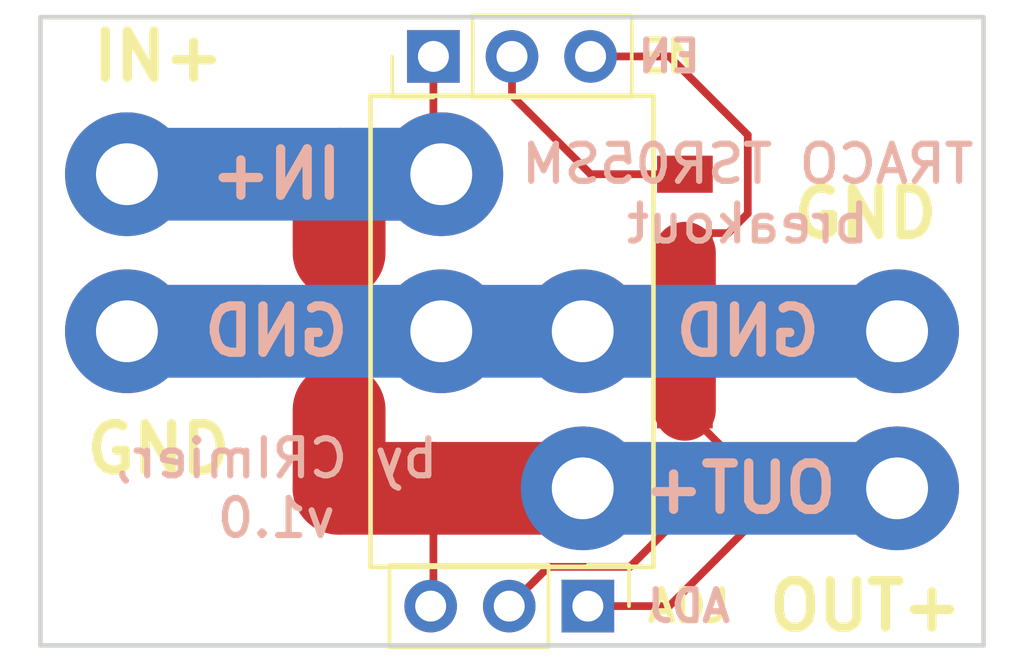
<source format=kicad_pcb>
(kicad_pcb (version 4) (host pcbnew 4.0.7)

  (general
    (links 19)
    (no_connects 15)
    (area 131.841899 93.224999 165.312701 115.055001)
    (thickness 1.6)
    (drawings 18)
    (tracks 42)
    (zones 0)
    (modules 7)
    (nets 6)
  )

  (page A4)
  (layers
    (0 F.Cu signal)
    (31 B.Cu signal)
    (32 B.Adhes user)
    (33 F.Adhes user)
    (34 B.Paste user)
    (35 F.Paste user)
    (36 B.SilkS user)
    (37 F.SilkS user)
    (38 B.Mask user)
    (39 F.Mask user)
    (40 Dwgs.User user)
    (41 Cmts.User user hide)
    (42 Eco1.User user)
    (43 Eco2.User user)
    (44 Edge.Cuts user)
    (45 Margin user)
    (46 B.CrtYd user)
    (47 F.CrtYd user)
    (48 B.Fab user)
    (49 F.Fab user)
  )

  (setup
    (last_trace_width 3)
    (user_trace_width 1.5)
    (user_trace_width 2)
    (user_trace_width 3)
    (trace_clearance 0.2)
    (zone_clearance 0.508)
    (zone_45_only no)
    (trace_min 0.2)
    (segment_width 0.2)
    (edge_width 0.15)
    (via_size 0.6)
    (via_drill 0.4)
    (via_min_size 0.4)
    (via_min_drill 0.3)
    (uvia_size 0.3)
    (uvia_drill 0.1)
    (uvias_allowed no)
    (uvia_min_size 0.2)
    (uvia_min_drill 0.1)
    (pcb_text_width 0.3)
    (pcb_text_size 1.5 1.5)
    (mod_edge_width 0.15)
    (mod_text_size 1 1)
    (mod_text_width 0.15)
    (pad_size 4.0005 4.0005)
    (pad_drill 1.99898)
    (pad_to_mask_clearance 0.2)
    (aux_axis_origin 163.83 93.98)
    (visible_elements FFFFFF7F)
    (pcbplotparams
      (layerselection 0x010f0_80000001)
      (usegerberextensions true)
      (excludeedgelayer true)
      (linewidth 0.100000)
      (plotframeref false)
      (viasonmask false)
      (mode 1)
      (useauxorigin true)
      (hpglpennumber 1)
      (hpglpenspeed 20)
      (hpglpendiameter 15)
      (hpglpenoverlay 2)
      (psnegative false)
      (psa4output false)
      (plotreference false)
      (plotvalue false)
      (plotinvisibletext false)
      (padsonsilk false)
      (subtractmaskfromsilk false)
      (outputformat 1)
      (mirror false)
      (drillshape 0)
      (scaleselection 1)
      (outputdirectory gerber/))
  )

  (net 0 "")
  (net 1 "Net-(J1-Pad1)")
  (net 2 "Net-(J2-Pad1)")
  (net 3 GND)
  (net 4 "Net-(J5-Pad2)")
  (net 5 "Net-(J6-Pad2)")

  (net_class Default "This is the default net class."
    (clearance 0.2)
    (trace_width 0.25)
    (via_dia 0.6)
    (via_drill 0.4)
    (uvia_dia 0.3)
    (uvia_drill 0.1)
    (add_net GND)
    (add_net "Net-(J1-Pad1)")
    (add_net "Net-(J2-Pad1)")
    (add_net "Net-(J5-Pad2)")
    (add_net "Net-(J6-Pad2)")
  )

  (module Wire_Connections_Bridges:WireConnection_2.00mmDrill (layer F.Cu) (tedit 5CB5D1B1) (tstamp 5CB5D0E7)
    (at 146.304 99.06 180)
    (descr "WireConnection with 2mm drill")
    (path /5CB5CFBA)
    (fp_text reference J1 (at 4.8514 0.2032 180) (layer F.SilkS) hide
      (effects (font (size 1 1) (thickness 0.15)))
    )
    (fp_text value IN+ (at 5.08 3.81 180) (layer F.Fab)
      (effects (font (size 1 1) (thickness 0.15)))
    )
    (fp_line (start 14.0716 -3.7592) (end 13.8684 -3.6576) (layer Cmts.User) (width 0.381))
    (fp_line (start 13.8684 -3.6576) (end 13.6398 -3.6576) (layer Cmts.User) (width 0.381))
    (fp_line (start 13.6398 -3.6576) (end 13.4366 -3.7592) (layer Cmts.User) (width 0.381))
    (fp_line (start 13.4366 -3.7592) (end 13.3604 -4.1148) (layer Cmts.User) (width 0.381))
    (fp_line (start 13.3604 -4.1148) (end 13.3604 -4.572) (layer Cmts.User) (width 0.381))
    (fp_line (start 13.3604 -4.572) (end 13.462 -4.6482) (layer Cmts.User) (width 0.381))
    (fp_line (start 13.462 -4.6482) (end 13.7668 -4.7244) (layer Cmts.User) (width 0.381))
    (fp_line (start 13.7668 -4.7244) (end 13.9954 -4.6736) (layer Cmts.User) (width 0.381))
    (fp_line (start 13.9954 -4.6736) (end 14.0462 -4.318) (layer Cmts.User) (width 0.381))
    (fp_line (start 14.0462 -4.318) (end 13.4366 -4.191) (layer Cmts.User) (width 0.381))
    (fp_line (start 13.4366 -4.191) (end 13.4366 -4.2418) (layer Cmts.User) (width 0.381))
    (fp_line (start 12.7508 -3.7084) (end 12.4206 -3.7084) (layer Cmts.User) (width 0.381))
    (fp_line (start 12.4206 -3.7084) (end 12.2174 -3.7084) (layer Cmts.User) (width 0.381))
    (fp_line (start 12.2174 -3.7084) (end 12.0396 -3.8608) (layer Cmts.User) (width 0.381))
    (fp_line (start 12.0396 -3.8608) (end 12.0396 -4.2418) (layer Cmts.User) (width 0.381))
    (fp_line (start 12.0396 -4.2418) (end 12.1412 -4.572) (layer Cmts.User) (width 0.381))
    (fp_line (start 12.1412 -4.572) (end 12.2936 -4.6482) (layer Cmts.User) (width 0.381))
    (fp_line (start 12.2936 -4.6482) (end 12.573 -4.6482) (layer Cmts.User) (width 0.381))
    (fp_line (start 12.573 -4.6482) (end 12.7508 -4.572) (layer Cmts.User) (width 0.381))
    (fp_line (start 12.7508 -4.572) (end 12.7762 -4.2672) (layer Cmts.User) (width 0.381))
    (fp_line (start 12.7762 -4.2672) (end 12.1412 -4.2418) (layer Cmts.User) (width 0.381))
    (fp_line (start 11.2268 -4.5212) (end 11.6078 -4.6736) (layer Cmts.User) (width 0.381))
    (fp_line (start 11.6078 -4.6736) (end 11.6332 -4.6736) (layer Cmts.User) (width 0.381))
    (fp_line (start 11.2014 -4.7244) (end 11.2014 -3.6576) (layer Cmts.User) (width 0.381))
    (fp_line (start 9.9822 -4.6736) (end 10.668 -4.7244) (layer Cmts.User) (width 0.381))
    (fp_line (start 10.7188 -5.207) (end 10.541 -5.207) (layer Cmts.User) (width 0.381))
    (fp_line (start 10.541 -5.207) (end 10.3886 -5.08) (layer Cmts.User) (width 0.381))
    (fp_line (start 10.3886 -5.08) (end 10.3378 -3.7084) (layer Cmts.User) (width 0.381))
    (fp_line (start 8.4328 -4.5974) (end 8.3058 -4.6736) (layer Cmts.User) (width 0.381))
    (fp_line (start 8.3058 -4.6736) (end 8.0264 -4.6736) (layer Cmts.User) (width 0.381))
    (fp_line (start 8.0264 -4.6736) (end 7.874 -4.445) (layer Cmts.User) (width 0.381))
    (fp_line (start 7.874 -4.445) (end 7.8994 -4.2672) (layer Cmts.User) (width 0.381))
    (fp_line (start 7.8994 -4.2672) (end 8.1788 -4.191) (layer Cmts.User) (width 0.381))
    (fp_line (start 8.1788 -4.191) (end 8.4328 -4.1148) (layer Cmts.User) (width 0.381))
    (fp_line (start 8.4328 -4.1148) (end 8.4836 -3.8354) (layer Cmts.User) (width 0.381))
    (fp_line (start 8.4836 -3.8354) (end 8.2804 -3.6576) (layer Cmts.User) (width 0.381))
    (fp_line (start 8.2804 -3.6576) (end 7.8994 -3.7084) (layer Cmts.User) (width 0.381))
    (fp_line (start 7.1628 -3.6576) (end 6.8072 -3.7592) (layer Cmts.User) (width 0.381))
    (fp_line (start 6.8072 -3.7592) (end 6.604 -3.8354) (layer Cmts.User) (width 0.381))
    (fp_line (start 6.604 -3.8354) (end 6.477 -4.1656) (layer Cmts.User) (width 0.381))
    (fp_line (start 6.477 -4.1656) (end 6.477 -4.4704) (layer Cmts.User) (width 0.381))
    (fp_line (start 6.477 -4.4704) (end 6.6802 -4.6736) (layer Cmts.User) (width 0.381))
    (fp_line (start 6.6802 -4.6736) (end 7.0104 -4.7244) (layer Cmts.User) (width 0.381))
    (fp_line (start 7.2136 -5.207) (end 7.2136 -3.6576) (layer Cmts.User) (width 0.381))
    (fp_line (start 5.715 -3.6576) (end 5.2578 -3.7084) (layer Cmts.User) (width 0.381))
    (fp_line (start 5.2578 -3.7084) (end 5.1054 -3.9116) (layer Cmts.User) (width 0.381))
    (fp_line (start 5.1054 -3.9116) (end 5.1308 -4.191) (layer Cmts.User) (width 0.381))
    (fp_line (start 5.1308 -4.191) (end 5.842 -4.2418) (layer Cmts.User) (width 0.381))
    (fp_line (start 5.1054 -4.572) (end 5.3848 -4.7244) (layer Cmts.User) (width 0.381))
    (fp_line (start 5.3848 -4.7244) (end 5.6388 -4.6482) (layer Cmts.User) (width 0.381))
    (fp_line (start 5.6388 -4.6482) (end 5.7912 -4.4704) (layer Cmts.User) (width 0.381))
    (fp_line (start 5.7912 -4.4704) (end 5.842 -3.6322) (layer Cmts.User) (width 0.381))
    (fp_line (start 3.6068 -3.6576) (end 3.6322 -5.2578) (layer Cmts.User) (width 0.381))
    (fp_line (start 3.6322 -5.2578) (end 4.0894 -5.2578) (layer Cmts.User) (width 0.381))
    (fp_line (start 4.0894 -5.2578) (end 4.3688 -5.1308) (layer Cmts.User) (width 0.381))
    (fp_line (start 4.3688 -5.1308) (end 4.4958 -4.8768) (layer Cmts.User) (width 0.381))
    (fp_line (start 4.4958 -4.8768) (end 4.4958 -4.5974) (layer Cmts.User) (width 0.381))
    (fp_line (start 4.4958 -4.5974) (end 4.3688 -4.3942) (layer Cmts.User) (width 0.381))
    (fp_line (start 4.3688 -4.3942) (end 4.0894 -4.445) (layer Cmts.User) (width 0.381))
    (fp_line (start 4.0894 -4.445) (end 3.6322 -4.445) (layer Cmts.User) (width 0.381))
    (fp_line (start 1.778 -3.7592) (end 1.524 -3.6576) (layer Cmts.User) (width 0.381))
    (fp_line (start 1.524 -3.6576) (end 1.27 -3.7592) (layer Cmts.User) (width 0.381))
    (fp_line (start 1.27 -3.7592) (end 1.1176 -3.9116) (layer Cmts.User) (width 0.381))
    (fp_line (start 1.1176 -3.9116) (end 1.0414 -4.318) (layer Cmts.User) (width 0.381))
    (fp_line (start 1.0414 -4.318) (end 1.1684 -4.572) (layer Cmts.User) (width 0.381))
    (fp_line (start 1.1684 -4.572) (end 1.3716 -4.6736) (layer Cmts.User) (width 0.381))
    (fp_line (start 1.3716 -4.6736) (end 1.651 -4.6482) (layer Cmts.User) (width 0.381))
    (fp_line (start 1.651 -4.6482) (end 1.8034 -4.5212) (layer Cmts.User) (width 0.381))
    (fp_line (start 1.8034 -4.5212) (end 1.8034 -4.318) (layer Cmts.User) (width 0.381))
    (fp_line (start 1.8034 -4.318) (end 1.1684 -4.2418) (layer Cmts.User) (width 0.381))
    (fp_line (start -0.1524 -4.7244) (end 0.3048 -3.6576) (layer Cmts.User) (width 0.381))
    (fp_line (start 0.3048 -3.6576) (end 0.5842 -4.6736) (layer Cmts.User) (width 0.381))
    (fp_line (start 0.5842 -4.6736) (end 0.5588 -4.6736) (layer Cmts.User) (width 0.381))
    (fp_line (start -1.4732 -4.3942) (end -1.4732 -3.9116) (layer Cmts.User) (width 0.381))
    (fp_line (start -1.4732 -3.9116) (end -1.27 -3.7084) (layer Cmts.User) (width 0.381))
    (fp_line (start -1.27 -3.7084) (end -1.0414 -3.6576) (layer Cmts.User) (width 0.381))
    (fp_line (start -1.0414 -3.6576) (end -0.762 -3.7846) (layer Cmts.User) (width 0.381))
    (fp_line (start -0.762 -3.7846) (end -0.6604 -3.9878) (layer Cmts.User) (width 0.381))
    (fp_line (start -0.6604 -3.9878) (end -0.6604 -4.445) (layer Cmts.User) (width 0.381))
    (fp_line (start -0.6604 -4.445) (end -0.8382 -4.6482) (layer Cmts.User) (width 0.381))
    (fp_line (start -0.8382 -4.6482) (end -1.1176 -4.7244) (layer Cmts.User) (width 0.381))
    (fp_line (start -1.1176 -4.7244) (end -1.4478 -4.4704) (layer Cmts.User) (width 0.381))
    (fp_line (start -3.0988 -3.6322) (end -3.0988 -5.2578) (layer Cmts.User) (width 0.381))
    (fp_line (start -3.0988 -5.2578) (end -2.6162 -4.1148) (layer Cmts.User) (width 0.381))
    (fp_line (start -2.6162 -4.1148) (end -2.1336 -5.1816) (layer Cmts.User) (width 0.381))
    (fp_line (start -2.1336 -5.1816) (end -2.1336 -3.6322) (layer Cmts.User) (width 0.381))
    (pad 1 thru_hole circle (at 0 0 180) (size 4.0005 4.0005) (drill 1.99898) (layers *.Cu B.Mask)
      (net 1 "Net-(J1-Pad1)"))
    (pad 2 thru_hole circle (at 10.16 0 180) (size 4.0005 4.0005) (drill 1.99898) (layers *.Cu *.Mask)
      (net 1 "Net-(J1-Pad1)"))
  )

  (module Wire_Connections_Bridges:WireConnection_2.00mmDrill (layer F.Cu) (tedit 5CB5D1B8) (tstamp 5CB5D0ED)
    (at 150.876 109.22)
    (descr "WireConnection with 2mm drill")
    (path /5CB5D3FC)
    (fp_text reference J2 (at 4.8514 0.2032) (layer F.SilkS) hide
      (effects (font (size 1 1) (thickness 0.15)))
    )
    (fp_text value OUT+ (at 5.08 3.81) (layer F.Fab)
      (effects (font (size 1 1) (thickness 0.15)))
    )
    (fp_line (start 14.0716 -3.7592) (end 13.8684 -3.6576) (layer Cmts.User) (width 0.381))
    (fp_line (start 13.8684 -3.6576) (end 13.6398 -3.6576) (layer Cmts.User) (width 0.381))
    (fp_line (start 13.6398 -3.6576) (end 13.4366 -3.7592) (layer Cmts.User) (width 0.381))
    (fp_line (start 13.4366 -3.7592) (end 13.3604 -4.1148) (layer Cmts.User) (width 0.381))
    (fp_line (start 13.3604 -4.1148) (end 13.3604 -4.572) (layer Cmts.User) (width 0.381))
    (fp_line (start 13.3604 -4.572) (end 13.462 -4.6482) (layer Cmts.User) (width 0.381))
    (fp_line (start 13.462 -4.6482) (end 13.7668 -4.7244) (layer Cmts.User) (width 0.381))
    (fp_line (start 13.7668 -4.7244) (end 13.9954 -4.6736) (layer Cmts.User) (width 0.381))
    (fp_line (start 13.9954 -4.6736) (end 14.0462 -4.318) (layer Cmts.User) (width 0.381))
    (fp_line (start 14.0462 -4.318) (end 13.4366 -4.191) (layer Cmts.User) (width 0.381))
    (fp_line (start 13.4366 -4.191) (end 13.4366 -4.2418) (layer Cmts.User) (width 0.381))
    (fp_line (start 12.7508 -3.7084) (end 12.4206 -3.7084) (layer Cmts.User) (width 0.381))
    (fp_line (start 12.4206 -3.7084) (end 12.2174 -3.7084) (layer Cmts.User) (width 0.381))
    (fp_line (start 12.2174 -3.7084) (end 12.0396 -3.8608) (layer Cmts.User) (width 0.381))
    (fp_line (start 12.0396 -3.8608) (end 12.0396 -4.2418) (layer Cmts.User) (width 0.381))
    (fp_line (start 12.0396 -4.2418) (end 12.1412 -4.572) (layer Cmts.User) (width 0.381))
    (fp_line (start 12.1412 -4.572) (end 12.2936 -4.6482) (layer Cmts.User) (width 0.381))
    (fp_line (start 12.2936 -4.6482) (end 12.573 -4.6482) (layer Cmts.User) (width 0.381))
    (fp_line (start 12.573 -4.6482) (end 12.7508 -4.572) (layer Cmts.User) (width 0.381))
    (fp_line (start 12.7508 -4.572) (end 12.7762 -4.2672) (layer Cmts.User) (width 0.381))
    (fp_line (start 12.7762 -4.2672) (end 12.1412 -4.2418) (layer Cmts.User) (width 0.381))
    (fp_line (start 11.2268 -4.5212) (end 11.6078 -4.6736) (layer Cmts.User) (width 0.381))
    (fp_line (start 11.6078 -4.6736) (end 11.6332 -4.6736) (layer Cmts.User) (width 0.381))
    (fp_line (start 11.2014 -4.7244) (end 11.2014 -3.6576) (layer Cmts.User) (width 0.381))
    (fp_line (start 9.9822 -4.6736) (end 10.668 -4.7244) (layer Cmts.User) (width 0.381))
    (fp_line (start 10.7188 -5.207) (end 10.541 -5.207) (layer Cmts.User) (width 0.381))
    (fp_line (start 10.541 -5.207) (end 10.3886 -5.08) (layer Cmts.User) (width 0.381))
    (fp_line (start 10.3886 -5.08) (end 10.3378 -3.7084) (layer Cmts.User) (width 0.381))
    (fp_line (start 8.4328 -4.5974) (end 8.3058 -4.6736) (layer Cmts.User) (width 0.381))
    (fp_line (start 8.3058 -4.6736) (end 8.0264 -4.6736) (layer Cmts.User) (width 0.381))
    (fp_line (start 8.0264 -4.6736) (end 7.874 -4.445) (layer Cmts.User) (width 0.381))
    (fp_line (start 7.874 -4.445) (end 7.8994 -4.2672) (layer Cmts.User) (width 0.381))
    (fp_line (start 7.8994 -4.2672) (end 8.1788 -4.191) (layer Cmts.User) (width 0.381))
    (fp_line (start 8.1788 -4.191) (end 8.4328 -4.1148) (layer Cmts.User) (width 0.381))
    (fp_line (start 8.4328 -4.1148) (end 8.4836 -3.8354) (layer Cmts.User) (width 0.381))
    (fp_line (start 8.4836 -3.8354) (end 8.2804 -3.6576) (layer Cmts.User) (width 0.381))
    (fp_line (start 8.2804 -3.6576) (end 7.8994 -3.7084) (layer Cmts.User) (width 0.381))
    (fp_line (start 7.1628 -3.6576) (end 6.8072 -3.7592) (layer Cmts.User) (width 0.381))
    (fp_line (start 6.8072 -3.7592) (end 6.604 -3.8354) (layer Cmts.User) (width 0.381))
    (fp_line (start 6.604 -3.8354) (end 6.477 -4.1656) (layer Cmts.User) (width 0.381))
    (fp_line (start 6.477 -4.1656) (end 6.477 -4.4704) (layer Cmts.User) (width 0.381))
    (fp_line (start 6.477 -4.4704) (end 6.6802 -4.6736) (layer Cmts.User) (width 0.381))
    (fp_line (start 6.6802 -4.6736) (end 7.0104 -4.7244) (layer Cmts.User) (width 0.381))
    (fp_line (start 7.2136 -5.207) (end 7.2136 -3.6576) (layer Cmts.User) (width 0.381))
    (fp_line (start 5.715 -3.6576) (end 5.2578 -3.7084) (layer Cmts.User) (width 0.381))
    (fp_line (start 5.2578 -3.7084) (end 5.1054 -3.9116) (layer Cmts.User) (width 0.381))
    (fp_line (start 5.1054 -3.9116) (end 5.1308 -4.191) (layer Cmts.User) (width 0.381))
    (fp_line (start 5.1308 -4.191) (end 5.842 -4.2418) (layer Cmts.User) (width 0.381))
    (fp_line (start 5.1054 -4.572) (end 5.3848 -4.7244) (layer Cmts.User) (width 0.381))
    (fp_line (start 5.3848 -4.7244) (end 5.6388 -4.6482) (layer Cmts.User) (width 0.381))
    (fp_line (start 5.6388 -4.6482) (end 5.7912 -4.4704) (layer Cmts.User) (width 0.381))
    (fp_line (start 5.7912 -4.4704) (end 5.842 -3.6322) (layer Cmts.User) (width 0.381))
    (fp_line (start 3.6068 -3.6576) (end 3.6322 -5.2578) (layer Cmts.User) (width 0.381))
    (fp_line (start 3.6322 -5.2578) (end 4.0894 -5.2578) (layer Cmts.User) (width 0.381))
    (fp_line (start 4.0894 -5.2578) (end 4.3688 -5.1308) (layer Cmts.User) (width 0.381))
    (fp_line (start 4.3688 -5.1308) (end 4.4958 -4.8768) (layer Cmts.User) (width 0.381))
    (fp_line (start 4.4958 -4.8768) (end 4.4958 -4.5974) (layer Cmts.User) (width 0.381))
    (fp_line (start 4.4958 -4.5974) (end 4.3688 -4.3942) (layer Cmts.User) (width 0.381))
    (fp_line (start 4.3688 -4.3942) (end 4.0894 -4.445) (layer Cmts.User) (width 0.381))
    (fp_line (start 4.0894 -4.445) (end 3.6322 -4.445) (layer Cmts.User) (width 0.381))
    (fp_line (start 1.778 -3.7592) (end 1.524 -3.6576) (layer Cmts.User) (width 0.381))
    (fp_line (start 1.524 -3.6576) (end 1.27 -3.7592) (layer Cmts.User) (width 0.381))
    (fp_line (start 1.27 -3.7592) (end 1.1176 -3.9116) (layer Cmts.User) (width 0.381))
    (fp_line (start 1.1176 -3.9116) (end 1.0414 -4.318) (layer Cmts.User) (width 0.381))
    (fp_line (start 1.0414 -4.318) (end 1.1684 -4.572) (layer Cmts.User) (width 0.381))
    (fp_line (start 1.1684 -4.572) (end 1.3716 -4.6736) (layer Cmts.User) (width 0.381))
    (fp_line (start 1.3716 -4.6736) (end 1.651 -4.6482) (layer Cmts.User) (width 0.381))
    (fp_line (start 1.651 -4.6482) (end 1.8034 -4.5212) (layer Cmts.User) (width 0.381))
    (fp_line (start 1.8034 -4.5212) (end 1.8034 -4.318) (layer Cmts.User) (width 0.381))
    (fp_line (start 1.8034 -4.318) (end 1.1684 -4.2418) (layer Cmts.User) (width 0.381))
    (fp_line (start -0.1524 -4.7244) (end 0.3048 -3.6576) (layer Cmts.User) (width 0.381))
    (fp_line (start 0.3048 -3.6576) (end 0.5842 -4.6736) (layer Cmts.User) (width 0.381))
    (fp_line (start 0.5842 -4.6736) (end 0.5588 -4.6736) (layer Cmts.User) (width 0.381))
    (fp_line (start -1.4732 -4.3942) (end -1.4732 -3.9116) (layer Cmts.User) (width 0.381))
    (fp_line (start -1.4732 -3.9116) (end -1.27 -3.7084) (layer Cmts.User) (width 0.381))
    (fp_line (start -1.27 -3.7084) (end -1.0414 -3.6576) (layer Cmts.User) (width 0.381))
    (fp_line (start -1.0414 -3.6576) (end -0.762 -3.7846) (layer Cmts.User) (width 0.381))
    (fp_line (start -0.762 -3.7846) (end -0.6604 -3.9878) (layer Cmts.User) (width 0.381))
    (fp_line (start -0.6604 -3.9878) (end -0.6604 -4.445) (layer Cmts.User) (width 0.381))
    (fp_line (start -0.6604 -4.445) (end -0.8382 -4.6482) (layer Cmts.User) (width 0.381))
    (fp_line (start -0.8382 -4.6482) (end -1.1176 -4.7244) (layer Cmts.User) (width 0.381))
    (fp_line (start -1.1176 -4.7244) (end -1.4478 -4.4704) (layer Cmts.User) (width 0.381))
    (fp_line (start -3.0988 -3.6322) (end -3.0988 -5.2578) (layer Cmts.User) (width 0.381))
    (fp_line (start -3.0988 -5.2578) (end -2.6162 -4.1148) (layer Cmts.User) (width 0.381))
    (fp_line (start -2.6162 -4.1148) (end -2.1336 -5.1816) (layer Cmts.User) (width 0.381))
    (fp_line (start -2.1336 -5.1816) (end -2.1336 -3.6322) (layer Cmts.User) (width 0.381))
    (pad 1 thru_hole circle (at 0 0) (size 4.0005 4.0005) (drill 1.99898) (layers *.Cu B.Mask)
      (net 2 "Net-(J2-Pad1)"))
    (pad 2 thru_hole circle (at 10.16 0) (size 4.0005 4.0005) (drill 1.99898) (layers *.Cu *.Mask)
      (net 2 "Net-(J2-Pad1)"))
  )

  (module Wire_Connections_Bridges:WireConnection_2.00mmDrill (layer F.Cu) (tedit 5CB5D1AD) (tstamp 5CB5D0F3)
    (at 146.304 104.14 180)
    (descr "WireConnection with 2mm drill")
    (path /5CB5D136)
    (fp_text reference J3 (at 4.8514 0.2032 180) (layer F.SilkS) hide
      (effects (font (size 1 1) (thickness 0.15)))
    )
    (fp_text value IN- (at 5.08 3.81 180) (layer F.Fab)
      (effects (font (size 1 1) (thickness 0.15)))
    )
    (fp_line (start 14.0716 -3.7592) (end 13.8684 -3.6576) (layer Cmts.User) (width 0.381))
    (fp_line (start 13.8684 -3.6576) (end 13.6398 -3.6576) (layer Cmts.User) (width 0.381))
    (fp_line (start 13.6398 -3.6576) (end 13.4366 -3.7592) (layer Cmts.User) (width 0.381))
    (fp_line (start 13.4366 -3.7592) (end 13.3604 -4.1148) (layer Cmts.User) (width 0.381))
    (fp_line (start 13.3604 -4.1148) (end 13.3604 -4.572) (layer Cmts.User) (width 0.381))
    (fp_line (start 13.3604 -4.572) (end 13.462 -4.6482) (layer Cmts.User) (width 0.381))
    (fp_line (start 13.462 -4.6482) (end 13.7668 -4.7244) (layer Cmts.User) (width 0.381))
    (fp_line (start 13.7668 -4.7244) (end 13.9954 -4.6736) (layer Cmts.User) (width 0.381))
    (fp_line (start 13.9954 -4.6736) (end 14.0462 -4.318) (layer Cmts.User) (width 0.381))
    (fp_line (start 14.0462 -4.318) (end 13.4366 -4.191) (layer Cmts.User) (width 0.381))
    (fp_line (start 13.4366 -4.191) (end 13.4366 -4.2418) (layer Cmts.User) (width 0.381))
    (fp_line (start 12.7508 -3.7084) (end 12.4206 -3.7084) (layer Cmts.User) (width 0.381))
    (fp_line (start 12.4206 -3.7084) (end 12.2174 -3.7084) (layer Cmts.User) (width 0.381))
    (fp_line (start 12.2174 -3.7084) (end 12.0396 -3.8608) (layer Cmts.User) (width 0.381))
    (fp_line (start 12.0396 -3.8608) (end 12.0396 -4.2418) (layer Cmts.User) (width 0.381))
    (fp_line (start 12.0396 -4.2418) (end 12.1412 -4.572) (layer Cmts.User) (width 0.381))
    (fp_line (start 12.1412 -4.572) (end 12.2936 -4.6482) (layer Cmts.User) (width 0.381))
    (fp_line (start 12.2936 -4.6482) (end 12.573 -4.6482) (layer Cmts.User) (width 0.381))
    (fp_line (start 12.573 -4.6482) (end 12.7508 -4.572) (layer Cmts.User) (width 0.381))
    (fp_line (start 12.7508 -4.572) (end 12.7762 -4.2672) (layer Cmts.User) (width 0.381))
    (fp_line (start 12.7762 -4.2672) (end 12.1412 -4.2418) (layer Cmts.User) (width 0.381))
    (fp_line (start 11.2268 -4.5212) (end 11.6078 -4.6736) (layer Cmts.User) (width 0.381))
    (fp_line (start 11.6078 -4.6736) (end 11.6332 -4.6736) (layer Cmts.User) (width 0.381))
    (fp_line (start 11.2014 -4.7244) (end 11.2014 -3.6576) (layer Cmts.User) (width 0.381))
    (fp_line (start 9.9822 -4.6736) (end 10.668 -4.7244) (layer Cmts.User) (width 0.381))
    (fp_line (start 10.7188 -5.207) (end 10.541 -5.207) (layer Cmts.User) (width 0.381))
    (fp_line (start 10.541 -5.207) (end 10.3886 -5.08) (layer Cmts.User) (width 0.381))
    (fp_line (start 10.3886 -5.08) (end 10.3378 -3.7084) (layer Cmts.User) (width 0.381))
    (fp_line (start 8.4328 -4.5974) (end 8.3058 -4.6736) (layer Cmts.User) (width 0.381))
    (fp_line (start 8.3058 -4.6736) (end 8.0264 -4.6736) (layer Cmts.User) (width 0.381))
    (fp_line (start 8.0264 -4.6736) (end 7.874 -4.445) (layer Cmts.User) (width 0.381))
    (fp_line (start 7.874 -4.445) (end 7.8994 -4.2672) (layer Cmts.User) (width 0.381))
    (fp_line (start 7.8994 -4.2672) (end 8.1788 -4.191) (layer Cmts.User) (width 0.381))
    (fp_line (start 8.1788 -4.191) (end 8.4328 -4.1148) (layer Cmts.User) (width 0.381))
    (fp_line (start 8.4328 -4.1148) (end 8.4836 -3.8354) (layer Cmts.User) (width 0.381))
    (fp_line (start 8.4836 -3.8354) (end 8.2804 -3.6576) (layer Cmts.User) (width 0.381))
    (fp_line (start 8.2804 -3.6576) (end 7.8994 -3.7084) (layer Cmts.User) (width 0.381))
    (fp_line (start 7.1628 -3.6576) (end 6.8072 -3.7592) (layer Cmts.User) (width 0.381))
    (fp_line (start 6.8072 -3.7592) (end 6.604 -3.8354) (layer Cmts.User) (width 0.381))
    (fp_line (start 6.604 -3.8354) (end 6.477 -4.1656) (layer Cmts.User) (width 0.381))
    (fp_line (start 6.477 -4.1656) (end 6.477 -4.4704) (layer Cmts.User) (width 0.381))
    (fp_line (start 6.477 -4.4704) (end 6.6802 -4.6736) (layer Cmts.User) (width 0.381))
    (fp_line (start 6.6802 -4.6736) (end 7.0104 -4.7244) (layer Cmts.User) (width 0.381))
    (fp_line (start 7.2136 -5.207) (end 7.2136 -3.6576) (layer Cmts.User) (width 0.381))
    (fp_line (start 5.715 -3.6576) (end 5.2578 -3.7084) (layer Cmts.User) (width 0.381))
    (fp_line (start 5.2578 -3.7084) (end 5.1054 -3.9116) (layer Cmts.User) (width 0.381))
    (fp_line (start 5.1054 -3.9116) (end 5.1308 -4.191) (layer Cmts.User) (width 0.381))
    (fp_line (start 5.1308 -4.191) (end 5.842 -4.2418) (layer Cmts.User) (width 0.381))
    (fp_line (start 5.1054 -4.572) (end 5.3848 -4.7244) (layer Cmts.User) (width 0.381))
    (fp_line (start 5.3848 -4.7244) (end 5.6388 -4.6482) (layer Cmts.User) (width 0.381))
    (fp_line (start 5.6388 -4.6482) (end 5.7912 -4.4704) (layer Cmts.User) (width 0.381))
    (fp_line (start 5.7912 -4.4704) (end 5.842 -3.6322) (layer Cmts.User) (width 0.381))
    (fp_line (start 3.6068 -3.6576) (end 3.6322 -5.2578) (layer Cmts.User) (width 0.381))
    (fp_line (start 3.6322 -5.2578) (end 4.0894 -5.2578) (layer Cmts.User) (width 0.381))
    (fp_line (start 4.0894 -5.2578) (end 4.3688 -5.1308) (layer Cmts.User) (width 0.381))
    (fp_line (start 4.3688 -5.1308) (end 4.4958 -4.8768) (layer Cmts.User) (width 0.381))
    (fp_line (start 4.4958 -4.8768) (end 4.4958 -4.5974) (layer Cmts.User) (width 0.381))
    (fp_line (start 4.4958 -4.5974) (end 4.3688 -4.3942) (layer Cmts.User) (width 0.381))
    (fp_line (start 4.3688 -4.3942) (end 4.0894 -4.445) (layer Cmts.User) (width 0.381))
    (fp_line (start 4.0894 -4.445) (end 3.6322 -4.445) (layer Cmts.User) (width 0.381))
    (fp_line (start 1.778 -3.7592) (end 1.524 -3.6576) (layer Cmts.User) (width 0.381))
    (fp_line (start 1.524 -3.6576) (end 1.27 -3.7592) (layer Cmts.User) (width 0.381))
    (fp_line (start 1.27 -3.7592) (end 1.1176 -3.9116) (layer Cmts.User) (width 0.381))
    (fp_line (start 1.1176 -3.9116) (end 1.0414 -4.318) (layer Cmts.User) (width 0.381))
    (fp_line (start 1.0414 -4.318) (end 1.1684 -4.572) (layer Cmts.User) (width 0.381))
    (fp_line (start 1.1684 -4.572) (end 1.3716 -4.6736) (layer Cmts.User) (width 0.381))
    (fp_line (start 1.3716 -4.6736) (end 1.651 -4.6482) (layer Cmts.User) (width 0.381))
    (fp_line (start 1.651 -4.6482) (end 1.8034 -4.5212) (layer Cmts.User) (width 0.381))
    (fp_line (start 1.8034 -4.5212) (end 1.8034 -4.318) (layer Cmts.User) (width 0.381))
    (fp_line (start 1.8034 -4.318) (end 1.1684 -4.2418) (layer Cmts.User) (width 0.381))
    (fp_line (start -0.1524 -4.7244) (end 0.3048 -3.6576) (layer Cmts.User) (width 0.381))
    (fp_line (start 0.3048 -3.6576) (end 0.5842 -4.6736) (layer Cmts.User) (width 0.381))
    (fp_line (start 0.5842 -4.6736) (end 0.5588 -4.6736) (layer Cmts.User) (width 0.381))
    (fp_line (start -1.4732 -4.3942) (end -1.4732 -3.9116) (layer Cmts.User) (width 0.381))
    (fp_line (start -1.4732 -3.9116) (end -1.27 -3.7084) (layer Cmts.User) (width 0.381))
    (fp_line (start -1.27 -3.7084) (end -1.0414 -3.6576) (layer Cmts.User) (width 0.381))
    (fp_line (start -1.0414 -3.6576) (end -0.762 -3.7846) (layer Cmts.User) (width 0.381))
    (fp_line (start -0.762 -3.7846) (end -0.6604 -3.9878) (layer Cmts.User) (width 0.381))
    (fp_line (start -0.6604 -3.9878) (end -0.6604 -4.445) (layer Cmts.User) (width 0.381))
    (fp_line (start -0.6604 -4.445) (end -0.8382 -4.6482) (layer Cmts.User) (width 0.381))
    (fp_line (start -0.8382 -4.6482) (end -1.1176 -4.7244) (layer Cmts.User) (width 0.381))
    (fp_line (start -1.1176 -4.7244) (end -1.4478 -4.4704) (layer Cmts.User) (width 0.381))
    (fp_line (start -3.0988 -3.6322) (end -3.0988 -5.2578) (layer Cmts.User) (width 0.381))
    (fp_line (start -3.0988 -5.2578) (end -2.6162 -4.1148) (layer Cmts.User) (width 0.381))
    (fp_line (start -2.6162 -4.1148) (end -2.1336 -5.1816) (layer Cmts.User) (width 0.381))
    (fp_line (start -2.1336 -5.1816) (end -2.1336 -3.6322) (layer Cmts.User) (width 0.381))
    (pad 1 thru_hole circle (at 0 0 180) (size 4.0005 4.0005) (drill 1.99898) (layers *.Cu B.Mask)
      (net 3 GND))
    (pad 2 thru_hole circle (at 10.16 0 180) (size 4.0005 4.0005) (drill 1.99898) (layers *.Cu *.Mask)
      (net 3 GND))
  )

  (module Wire_Connections_Bridges:WireConnection_2.00mmDrill (layer F.Cu) (tedit 5CB5D1BE) (tstamp 5CB5D0F9)
    (at 150.876 104.14)
    (descr "WireConnection with 2mm drill")
    (path /5CB5D402)
    (fp_text reference J4 (at 4.8514 0.2032) (layer F.SilkS) hide
      (effects (font (size 1 1) (thickness 0.15)))
    )
    (fp_text value OUT- (at 5.08 3.81) (layer F.Fab)
      (effects (font (size 1 1) (thickness 0.15)))
    )
    (fp_line (start 14.0716 -3.7592) (end 13.8684 -3.6576) (layer Cmts.User) (width 0.381))
    (fp_line (start 13.8684 -3.6576) (end 13.6398 -3.6576) (layer Cmts.User) (width 0.381))
    (fp_line (start 13.6398 -3.6576) (end 13.4366 -3.7592) (layer Cmts.User) (width 0.381))
    (fp_line (start 13.4366 -3.7592) (end 13.3604 -4.1148) (layer Cmts.User) (width 0.381))
    (fp_line (start 13.3604 -4.1148) (end 13.3604 -4.572) (layer Cmts.User) (width 0.381))
    (fp_line (start 13.3604 -4.572) (end 13.462 -4.6482) (layer Cmts.User) (width 0.381))
    (fp_line (start 13.462 -4.6482) (end 13.7668 -4.7244) (layer Cmts.User) (width 0.381))
    (fp_line (start 13.7668 -4.7244) (end 13.9954 -4.6736) (layer Cmts.User) (width 0.381))
    (fp_line (start 13.9954 -4.6736) (end 14.0462 -4.318) (layer Cmts.User) (width 0.381))
    (fp_line (start 14.0462 -4.318) (end 13.4366 -4.191) (layer Cmts.User) (width 0.381))
    (fp_line (start 13.4366 -4.191) (end 13.4366 -4.2418) (layer Cmts.User) (width 0.381))
    (fp_line (start 12.7508 -3.7084) (end 12.4206 -3.7084) (layer Cmts.User) (width 0.381))
    (fp_line (start 12.4206 -3.7084) (end 12.2174 -3.7084) (layer Cmts.User) (width 0.381))
    (fp_line (start 12.2174 -3.7084) (end 12.0396 -3.8608) (layer Cmts.User) (width 0.381))
    (fp_line (start 12.0396 -3.8608) (end 12.0396 -4.2418) (layer Cmts.User) (width 0.381))
    (fp_line (start 12.0396 -4.2418) (end 12.1412 -4.572) (layer Cmts.User) (width 0.381))
    (fp_line (start 12.1412 -4.572) (end 12.2936 -4.6482) (layer Cmts.User) (width 0.381))
    (fp_line (start 12.2936 -4.6482) (end 12.573 -4.6482) (layer Cmts.User) (width 0.381))
    (fp_line (start 12.573 -4.6482) (end 12.7508 -4.572) (layer Cmts.User) (width 0.381))
    (fp_line (start 12.7508 -4.572) (end 12.7762 -4.2672) (layer Cmts.User) (width 0.381))
    (fp_line (start 12.7762 -4.2672) (end 12.1412 -4.2418) (layer Cmts.User) (width 0.381))
    (fp_line (start 11.2268 -4.5212) (end 11.6078 -4.6736) (layer Cmts.User) (width 0.381))
    (fp_line (start 11.6078 -4.6736) (end 11.6332 -4.6736) (layer Cmts.User) (width 0.381))
    (fp_line (start 11.2014 -4.7244) (end 11.2014 -3.6576) (layer Cmts.User) (width 0.381))
    (fp_line (start 9.9822 -4.6736) (end 10.668 -4.7244) (layer Cmts.User) (width 0.381))
    (fp_line (start 10.7188 -5.207) (end 10.541 -5.207) (layer Cmts.User) (width 0.381))
    (fp_line (start 10.541 -5.207) (end 10.3886 -5.08) (layer Cmts.User) (width 0.381))
    (fp_line (start 10.3886 -5.08) (end 10.3378 -3.7084) (layer Cmts.User) (width 0.381))
    (fp_line (start 8.4328 -4.5974) (end 8.3058 -4.6736) (layer Cmts.User) (width 0.381))
    (fp_line (start 8.3058 -4.6736) (end 8.0264 -4.6736) (layer Cmts.User) (width 0.381))
    (fp_line (start 8.0264 -4.6736) (end 7.874 -4.445) (layer Cmts.User) (width 0.381))
    (fp_line (start 7.874 -4.445) (end 7.8994 -4.2672) (layer Cmts.User) (width 0.381))
    (fp_line (start 7.8994 -4.2672) (end 8.1788 -4.191) (layer Cmts.User) (width 0.381))
    (fp_line (start 8.1788 -4.191) (end 8.4328 -4.1148) (layer Cmts.User) (width 0.381))
    (fp_line (start 8.4328 -4.1148) (end 8.4836 -3.8354) (layer Cmts.User) (width 0.381))
    (fp_line (start 8.4836 -3.8354) (end 8.2804 -3.6576) (layer Cmts.User) (width 0.381))
    (fp_line (start 8.2804 -3.6576) (end 7.8994 -3.7084) (layer Cmts.User) (width 0.381))
    (fp_line (start 7.1628 -3.6576) (end 6.8072 -3.7592) (layer Cmts.User) (width 0.381))
    (fp_line (start 6.8072 -3.7592) (end 6.604 -3.8354) (layer Cmts.User) (width 0.381))
    (fp_line (start 6.604 -3.8354) (end 6.477 -4.1656) (layer Cmts.User) (width 0.381))
    (fp_line (start 6.477 -4.1656) (end 6.477 -4.4704) (layer Cmts.User) (width 0.381))
    (fp_line (start 6.477 -4.4704) (end 6.6802 -4.6736) (layer Cmts.User) (width 0.381))
    (fp_line (start 6.6802 -4.6736) (end 7.0104 -4.7244) (layer Cmts.User) (width 0.381))
    (fp_line (start 7.2136 -5.207) (end 7.2136 -3.6576) (layer Cmts.User) (width 0.381))
    (fp_line (start 5.715 -3.6576) (end 5.2578 -3.7084) (layer Cmts.User) (width 0.381))
    (fp_line (start 5.2578 -3.7084) (end 5.1054 -3.9116) (layer Cmts.User) (width 0.381))
    (fp_line (start 5.1054 -3.9116) (end 5.1308 -4.191) (layer Cmts.User) (width 0.381))
    (fp_line (start 5.1308 -4.191) (end 5.842 -4.2418) (layer Cmts.User) (width 0.381))
    (fp_line (start 5.1054 -4.572) (end 5.3848 -4.7244) (layer Cmts.User) (width 0.381))
    (fp_line (start 5.3848 -4.7244) (end 5.6388 -4.6482) (layer Cmts.User) (width 0.381))
    (fp_line (start 5.6388 -4.6482) (end 5.7912 -4.4704) (layer Cmts.User) (width 0.381))
    (fp_line (start 5.7912 -4.4704) (end 5.842 -3.6322) (layer Cmts.User) (width 0.381))
    (fp_line (start 3.6068 -3.6576) (end 3.6322 -5.2578) (layer Cmts.User) (width 0.381))
    (fp_line (start 3.6322 -5.2578) (end 4.0894 -5.2578) (layer Cmts.User) (width 0.381))
    (fp_line (start 4.0894 -5.2578) (end 4.3688 -5.1308) (layer Cmts.User) (width 0.381))
    (fp_line (start 4.3688 -5.1308) (end 4.4958 -4.8768) (layer Cmts.User) (width 0.381))
    (fp_line (start 4.4958 -4.8768) (end 4.4958 -4.5974) (layer Cmts.User) (width 0.381))
    (fp_line (start 4.4958 -4.5974) (end 4.3688 -4.3942) (layer Cmts.User) (width 0.381))
    (fp_line (start 4.3688 -4.3942) (end 4.0894 -4.445) (layer Cmts.User) (width 0.381))
    (fp_line (start 4.0894 -4.445) (end 3.6322 -4.445) (layer Cmts.User) (width 0.381))
    (fp_line (start 1.778 -3.7592) (end 1.524 -3.6576) (layer Cmts.User) (width 0.381))
    (fp_line (start 1.524 -3.6576) (end 1.27 -3.7592) (layer Cmts.User) (width 0.381))
    (fp_line (start 1.27 -3.7592) (end 1.1176 -3.9116) (layer Cmts.User) (width 0.381))
    (fp_line (start 1.1176 -3.9116) (end 1.0414 -4.318) (layer Cmts.User) (width 0.381))
    (fp_line (start 1.0414 -4.318) (end 1.1684 -4.572) (layer Cmts.User) (width 0.381))
    (fp_line (start 1.1684 -4.572) (end 1.3716 -4.6736) (layer Cmts.User) (width 0.381))
    (fp_line (start 1.3716 -4.6736) (end 1.651 -4.6482) (layer Cmts.User) (width 0.381))
    (fp_line (start 1.651 -4.6482) (end 1.8034 -4.5212) (layer Cmts.User) (width 0.381))
    (fp_line (start 1.8034 -4.5212) (end 1.8034 -4.318) (layer Cmts.User) (width 0.381))
    (fp_line (start 1.8034 -4.318) (end 1.1684 -4.2418) (layer Cmts.User) (width 0.381))
    (fp_line (start -0.1524 -4.7244) (end 0.3048 -3.6576) (layer Cmts.User) (width 0.381))
    (fp_line (start 0.3048 -3.6576) (end 0.5842 -4.6736) (layer Cmts.User) (width 0.381))
    (fp_line (start 0.5842 -4.6736) (end 0.5588 -4.6736) (layer Cmts.User) (width 0.381))
    (fp_line (start -1.4732 -4.3942) (end -1.4732 -3.9116) (layer Cmts.User) (width 0.381))
    (fp_line (start -1.4732 -3.9116) (end -1.27 -3.7084) (layer Cmts.User) (width 0.381))
    (fp_line (start -1.27 -3.7084) (end -1.0414 -3.6576) (layer Cmts.User) (width 0.381))
    (fp_line (start -1.0414 -3.6576) (end -0.762 -3.7846) (layer Cmts.User) (width 0.381))
    (fp_line (start -0.762 -3.7846) (end -0.6604 -3.9878) (layer Cmts.User) (width 0.381))
    (fp_line (start -0.6604 -3.9878) (end -0.6604 -4.445) (layer Cmts.User) (width 0.381))
    (fp_line (start -0.6604 -4.445) (end -0.8382 -4.6482) (layer Cmts.User) (width 0.381))
    (fp_line (start -0.8382 -4.6482) (end -1.1176 -4.7244) (layer Cmts.User) (width 0.381))
    (fp_line (start -1.1176 -4.7244) (end -1.4478 -4.4704) (layer Cmts.User) (width 0.381))
    (fp_line (start -3.0988 -3.6322) (end -3.0988 -5.2578) (layer Cmts.User) (width 0.381))
    (fp_line (start -3.0988 -5.2578) (end -2.6162 -4.1148) (layer Cmts.User) (width 0.381))
    (fp_line (start -2.6162 -4.1148) (end -2.1336 -5.1816) (layer Cmts.User) (width 0.381))
    (fp_line (start -2.1336 -5.1816) (end -2.1336 -3.6322) (layer Cmts.User) (width 0.381))
    (pad 1 thru_hole circle (at 0 0) (size 4.0005 4.0005) (drill 1.99898) (layers *.Cu B.Mask)
      (net 3 GND))
    (pad 2 thru_hole circle (at 10.16 0) (size 4.0005 4.0005) (drill 1.99898) (layers *.Cu *.Mask)
      (net 3 GND))
  )

  (module Pin_Headers:Pin_Header_Straight_1x03_Pitch2.54mm (layer F.Cu) (tedit 5CB5D35F) (tstamp 5CB5D100)
    (at 146.05 95.25 90)
    (descr "Through hole straight pin header, 1x03, 2.54mm pitch, single row")
    (tags "Through hole pin header THT 1x03 2.54mm single row")
    (path /5CB5D2B4)
    (fp_text reference J5 (at 0 -2.33 90) (layer F.SilkS) hide
      (effects (font (size 1 1) (thickness 0.15)))
    )
    (fp_text value EN (at 0 -2.54 180) (layer F.SilkS) hide
      (effects (font (size 1 1) (thickness 0.15)))
    )
    (fp_line (start -0.635 -1.27) (end 1.27 -1.27) (layer F.Fab) (width 0.1))
    (fp_line (start 1.27 -1.27) (end 1.27 6.35) (layer F.Fab) (width 0.1))
    (fp_line (start 1.27 6.35) (end -1.27 6.35) (layer F.Fab) (width 0.1))
    (fp_line (start -1.27 6.35) (end -1.27 -0.635) (layer F.Fab) (width 0.1))
    (fp_line (start -1.27 -0.635) (end -0.635 -1.27) (layer F.Fab) (width 0.1))
    (fp_line (start -1.33 6.41) (end 1.33 6.41) (layer F.SilkS) (width 0.12))
    (fp_line (start -1.33 1.27) (end -1.33 6.41) (layer F.SilkS) (width 0.12))
    (fp_line (start 1.33 1.27) (end 1.33 6.41) (layer F.SilkS) (width 0.12))
    (fp_line (start -1.33 1.27) (end 1.33 1.27) (layer F.SilkS) (width 0.12))
    (fp_line (start -1.33 0) (end -1.33 -1.33) (layer F.SilkS) (width 0.12))
    (fp_line (start -1.33 -1.33) (end 0 -1.33) (layer F.SilkS) (width 0.12))
    (fp_line (start -1.8 -1.8) (end -1.8 6.85) (layer F.CrtYd) (width 0.05))
    (fp_line (start -1.8 6.85) (end 1.8 6.85) (layer F.CrtYd) (width 0.05))
    (fp_line (start 1.8 6.85) (end 1.8 -1.8) (layer F.CrtYd) (width 0.05))
    (fp_line (start 1.8 -1.8) (end -1.8 -1.8) (layer F.CrtYd) (width 0.05))
    (fp_text user %R (at 0 2.54 180) (layer F.Fab)
      (effects (font (size 1 1) (thickness 0.15)))
    )
    (pad 1 thru_hole rect (at 0 0 90) (size 1.7 1.7) (drill 1) (layers *.Cu *.Mask)
      (net 1 "Net-(J1-Pad1)"))
    (pad 2 thru_hole oval (at 0 2.54 90) (size 1.7 1.7) (drill 1) (layers *.Cu *.Mask)
      (net 4 "Net-(J5-Pad2)"))
    (pad 3 thru_hole oval (at 0 5.08 90) (size 1.7 1.7) (drill 1) (layers *.Cu *.Mask)
      (net 3 GND))
    (model ${KISYS3DMOD}/Pin_Headers.3dshapes/Pin_Header_Straight_1x03_Pitch2.54mm.wrl
      (at (xyz 0 0 0))
      (scale (xyz 1 1 1))
      (rotate (xyz 0 0 0))
    )
  )

  (module Pin_Headers:Pin_Header_Straight_1x03_Pitch2.54mm (layer F.Cu) (tedit 5CB5D367) (tstamp 5CB5D107)
    (at 151.0411 113.03 270)
    (descr "Through hole straight pin header, 1x03, 2.54mm pitch, single row")
    (tags "Through hole pin header THT 1x03 2.54mm single row")
    (path /5CB5D017)
    (fp_text reference J6 (at 0 -2.33 270) (layer F.SilkS) hide
      (effects (font (size 1 1) (thickness 0.15)))
    )
    (fp_text value ADJ (at 0 7.41 270) (layer F.SilkS) hide
      (effects (font (size 1 1) (thickness 0.15)))
    )
    (fp_line (start -0.635 -1.27) (end 1.27 -1.27) (layer F.Fab) (width 0.1))
    (fp_line (start 1.27 -1.27) (end 1.27 6.35) (layer F.Fab) (width 0.1))
    (fp_line (start 1.27 6.35) (end -1.27 6.35) (layer F.Fab) (width 0.1))
    (fp_line (start -1.27 6.35) (end -1.27 -0.635) (layer F.Fab) (width 0.1))
    (fp_line (start -1.27 -0.635) (end -0.635 -1.27) (layer F.Fab) (width 0.1))
    (fp_line (start -1.33 6.41) (end 1.33 6.41) (layer F.SilkS) (width 0.12))
    (fp_line (start -1.33 1.27) (end -1.33 6.41) (layer F.SilkS) (width 0.12))
    (fp_line (start 1.33 1.27) (end 1.33 6.41) (layer F.SilkS) (width 0.12))
    (fp_line (start -1.33 1.27) (end 1.33 1.27) (layer F.SilkS) (width 0.12))
    (fp_line (start -1.33 0) (end -1.33 -1.33) (layer F.SilkS) (width 0.12))
    (fp_line (start -1.33 -1.33) (end 0 -1.33) (layer F.SilkS) (width 0.12))
    (fp_line (start -1.8 -1.8) (end -1.8 6.85) (layer F.CrtYd) (width 0.05))
    (fp_line (start -1.8 6.85) (end 1.8 6.85) (layer F.CrtYd) (width 0.05))
    (fp_line (start 1.8 6.85) (end 1.8 -1.8) (layer F.CrtYd) (width 0.05))
    (fp_line (start 1.8 -1.8) (end -1.8 -1.8) (layer F.CrtYd) (width 0.05))
    (fp_text user %R (at 0 2.54 360) (layer F.Fab)
      (effects (font (size 1 1) (thickness 0.15)))
    )
    (pad 1 thru_hole rect (at 0 0 270) (size 1.7 1.7) (drill 1) (layers *.Cu *.Mask)
      (net 3 GND))
    (pad 2 thru_hole oval (at 0 2.54 270) (size 1.7 1.7) (drill 1) (layers *.Cu *.Mask)
      (net 5 "Net-(J6-Pad2)"))
    (pad 3 thru_hole oval (at 0 5.08 270) (size 1.7 1.7) (drill 1) (layers *.Cu *.Mask)
      (net 2 "Net-(J2-Pad1)"))
    (model ${KISYS3DMOD}/Pin_Headers.3dshapes/Pin_Header_Straight_1x03_Pitch2.54mm.wrl
      (at (xyz 0 0 0))
      (scale (xyz 1 1 1))
      (rotate (xyz 0 0 0))
    )
  )

  (module traco_tsr05sm_breakout:TRACO_TSR05SM (layer F.Cu) (tedit 5CB5D0E4) (tstamp 5CB5D115)
    (at 148.59 104.14)
    (path /5CB5CF80)
    (fp_text reference U1 (at -3.556 8.636) (layer F.SilkS) hide
      (effects (font (size 1 1) (thickness 0.15)))
    )
    (fp_text value TRACO_TSR05SM (at -1.016 -8.636) (layer F.Fab)
      (effects (font (size 1 1) (thickness 0.15)))
    )
    (fp_line (start 4.572 -7.62) (end -4.572 -7.62) (layer F.SilkS) (width 0.15))
    (fp_line (start 4.572 7.62) (end 4.572 -7.62) (layer F.SilkS) (width 0.15))
    (fp_line (start -4.572 7.62) (end 4.572 7.62) (layer F.SilkS) (width 0.15))
    (fp_line (start -4.572 -7.62) (end -4.572 7.62) (layer F.SilkS) (width 0.15))
    (pad 1 smd rect (at -5.588 -5.08) (size 1.8 1.2) (layers F.Cu F.Paste F.Mask)
      (net 1 "Net-(J1-Pad1)"))
    (pad 2 smd rect (at -5.588 -2.54) (size 1.8 1.2) (layers F.Cu F.Paste F.Mask)
      (net 1 "Net-(J1-Pad1)"))
    (pad 3 smd rect (at -5.588 0) (size 1.8 1.2) (layers F.Cu F.Paste F.Mask)
      (net 3 GND))
    (pad 4 smd rect (at -5.588 2.54) (size 1.8 1.2) (layers F.Cu F.Paste F.Mask)
      (net 2 "Net-(J2-Pad1)"))
    (pad 5 smd rect (at -5.588 5.08) (size 1.8 1.2) (layers F.Cu F.Paste F.Mask)
      (net 2 "Net-(J2-Pad1)"))
    (pad 6 smd rect (at 5.588 5.08) (size 1.8 1.2) (layers F.Cu F.Paste F.Mask)
      (net 5 "Net-(J6-Pad2)"))
    (pad 7 smd rect (at 5.588 2.54) (size 1.8 1.2) (layers F.Cu F.Paste F.Mask)
      (net 3 GND))
    (pad 8 smd rect (at 5.588 0) (size 1.8 1.2) (layers F.Cu F.Paste F.Mask)
      (net 3 GND))
    (pad 9 smd rect (at 5.588 -2.54) (size 1.8 1.2) (layers F.Cu F.Paste F.Mask)
      (net 3 GND))
    (pad 10 smd rect (at 5.588 -5.08) (size 1.8 1.2) (layers F.Cu F.Paste F.Mask)
      (net 4 "Net-(J5-Pad2)"))
  )

  (gr_text "by CRImier,\nv1.0" (at 140.97 109.22) (layer B.SilkS) (tstamp 5CB5D3F3)
    (effects (font (size 1.2 1.2) (thickness 0.2)) (justify mirror))
  )
  (gr_text "TRACO TSR05SM\nbreakout" (at 156.21 99.695) (layer B.SilkS)
    (effects (font (size 1.2 1.2) (thickness 0.2)) (justify mirror))
  )
  (gr_text GND (at 156.21 104.14) (layer B.SilkS) (tstamp 5CB5D3A5)
    (effects (font (size 1.5 1.5) (thickness 0.3)) (justify mirror))
  )
  (gr_text GND (at 140.97 104.14) (layer B.SilkS) (tstamp 5CB5D3A2)
    (effects (font (size 1.5 1.5) (thickness 0.3)) (justify mirror))
  )
  (gr_text IN+ (at 140.97 99.06 360) (layer B.SilkS) (tstamp 5CB5D398)
    (effects (font (size 1.5 1.5) (thickness 0.3)) (justify mirror))
  )
  (gr_text OUT+ (at 155.956 109.22) (layer B.SilkS) (tstamp 5CB5D395)
    (effects (font (size 1.5 1.5) (thickness 0.3)) (justify mirror))
  )
  (gr_text ADJ (at 154.305 113.03) (layer B.SilkS) (tstamp 5CB5D380)
    (effects (font (size 1 1) (thickness 0.2)) (justify mirror))
  )
  (gr_text ADJ (at 154.305 113.03) (layer F.SilkS)
    (effects (font (size 1 1) (thickness 0.2)))
  )
  (gr_text EN (at 153.67 95.25) (layer B.SilkS) (tstamp 5CB5D376)
    (effects (font (size 1 1) (thickness 0.2)) (justify mirror))
  )
  (gr_text EN (at 153.67 95.25) (layer F.SilkS)
    (effects (font (size 1 1) (thickness 0.2)))
  )
  (gr_text GND (at 160.02 100.33) (layer F.SilkS)
    (effects (font (size 1.5 1.5) (thickness 0.3)))
  )
  (gr_text OUT+ (at 160.02 113.03) (layer F.SilkS)
    (effects (font (size 1.5 1.5) (thickness 0.3)))
  )
  (gr_text GND (at 137.16 107.95) (layer F.SilkS)
    (effects (font (size 1.5 1.5) (thickness 0.3)))
  )
  (gr_text IN+ (at 137.16 95.25) (layer F.SilkS)
    (effects (font (size 1.5 1.5) (thickness 0.3)))
  )
  (gr_line (start 163.83 93.98) (end 133.35 93.98) (layer Edge.Cuts) (width 0.15))
  (gr_line (start 163.83 114.3) (end 163.83 93.98) (layer Edge.Cuts) (width 0.15))
  (gr_line (start 133.35 114.3) (end 163.83 114.3) (layer Edge.Cuts) (width 0.15))
  (gr_line (start 133.35 93.98) (end 133.35 114.3) (layer Edge.Cuts) (width 0.15))

  (segment (start 146.05 95.25) (end 146.05 98.806) (width 0.25) (layer F.Cu) (net 1))
  (segment (start 146.05 98.806) (end 146.304 99.06) (width 0.25) (layer F.Cu) (net 1))
  (segment (start 143.002 101.6) (end 143.002 99.06) (width 3) (layer F.Cu) (net 1))
  (segment (start 146.304 99.06) (end 143.002 99.06) (width 3) (layer F.Cu) (net 1))
  (segment (start 146.304 99.06) (end 136.144 99.06) (width 3) (layer B.Cu) (net 1))
  (segment (start 146.05 109.22) (end 143.002 109.22) (width 3) (layer F.Cu) (net 2))
  (segment (start 150.876 109.22) (end 146.05 109.22) (width 3) (layer F.Cu) (net 2))
  (segment (start 146.05 109.22) (end 146.05 112.9411) (width 0.25) (layer F.Cu) (net 2))
  (segment (start 146.05 112.9411) (end 145.9611 113.03) (width 0.25) (layer F.Cu) (net 2))
  (segment (start 143.002 109.22) (end 143.002 106.68) (width 3) (layer F.Cu) (net 2))
  (segment (start 161.036 109.22) (end 150.876 109.22) (width 3) (layer B.Cu) (net 2))
  (segment (start 150.876 104.14) (end 146.304 104.14) (width 3) (layer B.Cu) (net 3))
  (segment (start 143.002 104.14) (end 144.987497 104.14) (width 1.5) (layer F.Cu) (net 3))
  (segment (start 144.987497 104.14) (end 144.145 104.14) (width 1.5) (layer F.Cu) (net 3))
  (segment (start 146.304 104.14) (end 144.987497 104.14) (width 3) (layer F.Cu) (net 3))
  (segment (start 146.304 104.14) (end 144.145 104.14) (width 2) (layer F.Cu) (net 3))
  (segment (start 140.335 104.14) (end 141.72361 104.14) (width 2) (layer F.Cu) (net 3))
  (segment (start 136.144 104.14) (end 140.335 104.14) (width 3) (layer F.Cu) (net 3))
  (segment (start 143.002 104.14) (end 141.72361 104.14) (width 1.5) (layer F.Cu) (net 3))
  (segment (start 156.21 100.33) (end 155.575 100.965) (width 0.25) (layer F.Cu) (net 3))
  (segment (start 155.575 100.965) (end 154.813 100.965) (width 0.25) (layer F.Cu) (net 3))
  (segment (start 154.813 100.965) (end 154.178 101.6) (width 0.25) (layer F.Cu) (net 3))
  (segment (start 156.21 97.79) (end 156.21 100.33) (width 0.25) (layer F.Cu) (net 3))
  (segment (start 153.67 95.25) (end 156.21 97.79) (width 0.25) (layer F.Cu) (net 3))
  (segment (start 151.13 95.25) (end 153.67 95.25) (width 0.25) (layer F.Cu) (net 3))
  (segment (start 156.21 110.49) (end 156.21 108.712) (width 0.25) (layer F.Cu) (net 3))
  (segment (start 156.21 108.712) (end 154.178 106.68) (width 0.25) (layer F.Cu) (net 3))
  (segment (start 153.67 113.03) (end 156.21 110.49) (width 0.25) (layer F.Cu) (net 3))
  (segment (start 151.0411 113.03) (end 153.67 113.03) (width 0.25) (layer F.Cu) (net 3))
  (segment (start 154.178 104.14) (end 150.876 104.14) (width 3) (layer F.Cu) (net 3))
  (segment (start 154.178 104.14) (end 161.036 104.14) (width 3) (layer F.Cu) (net 3))
  (segment (start 154.178 104.14) (end 154.178 106.68) (width 2) (layer F.Cu) (net 3))
  (segment (start 154.178 101.6) (end 154.178 104.14) (width 2) (layer F.Cu) (net 3))
  (segment (start 150.876 104.14) (end 161.036 104.14) (width 3) (layer B.Cu) (net 3))
  (segment (start 146.304 104.14) (end 136.144 104.14) (width 3) (layer B.Cu) (net 3))
  (segment (start 148.59 96.52) (end 151.13 99.06) (width 0.25) (layer F.Cu) (net 4))
  (segment (start 151.13 99.06) (end 154.178 99.06) (width 0.25) (layer F.Cu) (net 4))
  (segment (start 148.59 95.25) (end 148.59 96.52) (width 0.25) (layer F.Cu) (net 4))
  (segment (start 152.4 111.76) (end 154.178 109.982) (width 0.25) (layer F.Cu) (net 5))
  (segment (start 154.178 109.982) (end 154.178 109.22) (width 0.25) (layer F.Cu) (net 5))
  (segment (start 148.5011 113.03) (end 149.7711 111.76) (width 0.25) (layer F.Cu) (net 5))
  (segment (start 149.7711 111.76) (end 152.4 111.76) (width 0.25) (layer F.Cu) (net 5))

)

</source>
